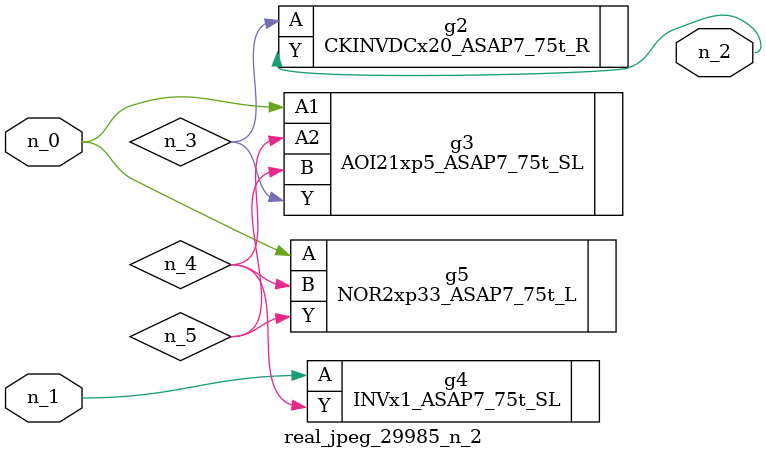
<source format=v>
module real_jpeg_29985_n_2 (n_1, n_0, n_2);

input n_1;
input n_0;

output n_2;

wire n_5;
wire n_4;
wire n_3;

AOI21xp5_ASAP7_75t_SL g3 ( 
.A1(n_0),
.A2(n_4),
.B(n_5),
.Y(n_3)
);

NOR2xp33_ASAP7_75t_L g5 ( 
.A(n_0),
.B(n_4),
.Y(n_5)
);

INVx1_ASAP7_75t_SL g4 ( 
.A(n_1),
.Y(n_4)
);

CKINVDCx20_ASAP7_75t_R g2 ( 
.A(n_3),
.Y(n_2)
);


endmodule
</source>
